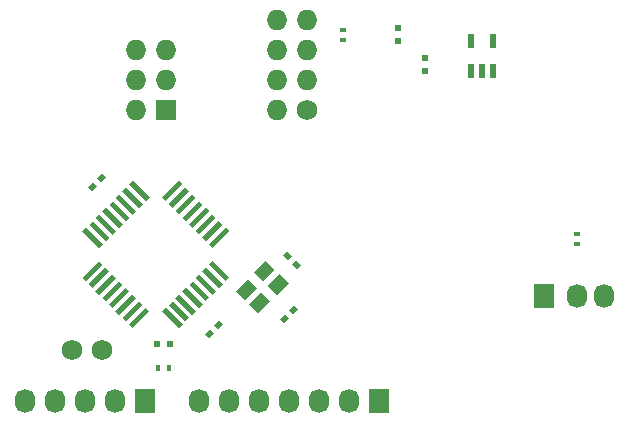
<source format=gts>
%FSLAX46Y46*%
G04 Gerber Fmt 4.6, Leading zero omitted, Abs format (unit mm)*
G04 Created by KiCad (PCBNEW (2014-10-27 BZR 5228)-product) date 2/21/2015 5:46:05 PM*
%MOMM*%
G01*
G04 APERTURE LIST*
%ADD10C,0.100000*%
%ADD11C,1.750000*%
%ADD12R,0.500000X0.600000*%
%ADD13R,0.600000X0.500000*%
%ADD14R,1.727200X2.032000*%
%ADD15O,1.727200X2.032000*%
%ADD16R,1.727200X1.727200*%
%ADD17O,1.727200X1.727200*%
%ADD18R,0.400000X0.600000*%
%ADD19R,0.600000X0.400000*%
%ADD20R,0.548640X1.198880*%
%ADD21C,1.727200*%
G04 APERTURE END LIST*
D10*
D11*
X8255000Y-30480000D03*
D12*
X38163500Y-5800000D03*
X38163500Y-6900000D03*
D13*
X15452000Y-29972000D03*
X16552000Y-29972000D03*
D10*
G36*
X20744264Y-27924182D02*
X21097818Y-28277736D01*
X20673554Y-28702000D01*
X20320000Y-28348446D01*
X20744264Y-27924182D01*
X20744264Y-27924182D01*
G37*
G36*
X19966446Y-28702000D02*
X20320000Y-29055554D01*
X19895736Y-29479818D01*
X19542182Y-29126264D01*
X19966446Y-28702000D01*
X19966446Y-28702000D01*
G37*
G36*
X10838264Y-15478182D02*
X11191818Y-15831736D01*
X10767554Y-16256000D01*
X10414000Y-15902446D01*
X10838264Y-15478182D01*
X10838264Y-15478182D01*
G37*
G36*
X10060446Y-16256000D02*
X10414000Y-16609554D01*
X9989736Y-17033818D01*
X9636182Y-16680264D01*
X10060446Y-16256000D01*
X10060446Y-16256000D01*
G37*
D12*
X35877500Y-3260000D03*
X35877500Y-4360000D03*
D10*
G36*
X27094264Y-26654182D02*
X27447818Y-27007736D01*
X27023554Y-27432000D01*
X26670000Y-27078446D01*
X27094264Y-26654182D01*
X27094264Y-26654182D01*
G37*
G36*
X26316446Y-27432000D02*
X26670000Y-27785554D01*
X26245736Y-28209818D01*
X25892182Y-27856264D01*
X26316446Y-27432000D01*
X26316446Y-27432000D01*
G37*
G36*
X27701818Y-23284264D02*
X27348264Y-23637818D01*
X26924000Y-23213554D01*
X27277554Y-22860000D01*
X27701818Y-23284264D01*
X27701818Y-23284264D01*
G37*
G36*
X26924000Y-22506446D02*
X26570446Y-22860000D01*
X26146182Y-22435736D01*
X26499736Y-22082182D01*
X26924000Y-22506446D01*
X26924000Y-22506446D01*
G37*
D14*
X48260000Y-25908000D03*
D15*
X51054000Y-25908000D03*
X53340000Y-25908000D03*
D10*
G36*
X21601094Y-24342025D02*
X21283193Y-24659926D01*
X19869700Y-23246433D01*
X20187601Y-22928532D01*
X21601094Y-24342025D01*
X21601094Y-24342025D01*
G37*
G36*
X21035338Y-24907781D02*
X20717437Y-25225682D01*
X19303944Y-23812189D01*
X19621845Y-23494288D01*
X21035338Y-24907781D01*
X21035338Y-24907781D01*
G37*
G36*
X20469582Y-25473537D02*
X20151681Y-25791438D01*
X18738188Y-24377945D01*
X19056089Y-24060044D01*
X20469582Y-25473537D01*
X20469582Y-25473537D01*
G37*
G36*
X19903826Y-26039294D02*
X19585925Y-26357195D01*
X18172432Y-24943702D01*
X18490333Y-24625801D01*
X19903826Y-26039294D01*
X19903826Y-26039294D01*
G37*
G36*
X19338070Y-26605050D02*
X19020169Y-26922951D01*
X17606676Y-25509458D01*
X17924577Y-25191557D01*
X19338070Y-26605050D01*
X19338070Y-26605050D01*
G37*
G36*
X18772313Y-27170806D02*
X18454412Y-27488707D01*
X17040919Y-26075214D01*
X17358820Y-25757313D01*
X18772313Y-27170806D01*
X18772313Y-27170806D01*
G37*
G36*
X18206557Y-27736562D02*
X17888656Y-28054463D01*
X16475163Y-26640970D01*
X16793064Y-26323069D01*
X18206557Y-27736562D01*
X18206557Y-27736562D01*
G37*
G36*
X17640801Y-28302318D02*
X17322900Y-28620219D01*
X15909407Y-27206726D01*
X16227308Y-26888825D01*
X17640801Y-28302318D01*
X17640801Y-28302318D01*
G37*
G36*
X10880464Y-21534797D02*
X10562563Y-21852698D01*
X9149070Y-20439205D01*
X9466971Y-20121304D01*
X10880464Y-21534797D01*
X10880464Y-21534797D01*
G37*
G36*
X14849738Y-17565524D02*
X14531837Y-17883425D01*
X13118344Y-16469932D01*
X13436245Y-16152031D01*
X14849738Y-17565524D01*
X14849738Y-17565524D01*
G37*
G36*
X14275001Y-18140260D02*
X13957100Y-18458161D01*
X12543607Y-17044668D01*
X12861508Y-16726767D01*
X14275001Y-18140260D01*
X14275001Y-18140260D01*
G37*
G36*
X13700265Y-18714997D02*
X13382364Y-19032898D01*
X11968871Y-17619405D01*
X12286772Y-17301504D01*
X13700265Y-18714997D01*
X13700265Y-18714997D01*
G37*
G36*
X13143489Y-19271773D02*
X12825588Y-19589674D01*
X11412095Y-18176181D01*
X11729996Y-17858280D01*
X13143489Y-19271773D01*
X13143489Y-19271773D01*
G37*
G36*
X12568753Y-19846509D02*
X12250852Y-20164410D01*
X10837359Y-18750917D01*
X11155260Y-18433016D01*
X12568753Y-19846509D01*
X12568753Y-19846509D01*
G37*
G36*
X12011977Y-20403285D02*
X11694076Y-20721186D01*
X10280583Y-19307693D01*
X10598484Y-18989792D01*
X12011977Y-20403285D01*
X12011977Y-20403285D01*
G37*
G36*
X11437240Y-20978021D02*
X11119339Y-21295922D01*
X9705846Y-19882429D01*
X10023747Y-19564528D01*
X11437240Y-20978021D01*
X11437240Y-20978021D01*
G37*
G36*
X14817409Y-27213910D02*
X13403916Y-28627403D01*
X13086015Y-28309502D01*
X14499508Y-26896009D01*
X14817409Y-27213910D01*
X14817409Y-27213910D01*
G37*
G36*
X14253449Y-26649950D02*
X12839956Y-28063443D01*
X12522055Y-27745542D01*
X13935548Y-26332049D01*
X14253449Y-26649950D01*
X14253449Y-26649950D01*
G37*
G36*
X13685896Y-26082398D02*
X12272403Y-27495891D01*
X11954502Y-27177990D01*
X13367995Y-25764497D01*
X13685896Y-26082398D01*
X13685896Y-26082398D01*
G37*
G36*
X13121936Y-25518438D02*
X11708443Y-26931931D01*
X11390542Y-26614030D01*
X12804035Y-25200537D01*
X13121936Y-25518438D01*
X13121936Y-25518438D01*
G37*
G36*
X12554384Y-24950886D02*
X11140891Y-26364379D01*
X10822990Y-26046478D01*
X12236483Y-24632985D01*
X12554384Y-24950886D01*
X12554384Y-24950886D01*
G37*
G36*
X11990424Y-24386926D02*
X10576931Y-25800419D01*
X10259030Y-25482518D01*
X11672523Y-24069025D01*
X11990424Y-24386926D01*
X11990424Y-24386926D01*
G37*
G36*
X11422872Y-23819373D02*
X10009379Y-25232866D01*
X9691478Y-24914965D01*
X11104971Y-23501472D01*
X11422872Y-23819373D01*
X11422872Y-23819373D01*
G37*
G36*
X10858912Y-23255413D02*
X9445419Y-24668906D01*
X9127518Y-24351005D01*
X10541011Y-22937512D01*
X10858912Y-23255413D01*
X10858912Y-23255413D01*
G37*
G36*
X21602890Y-20421245D02*
X20189397Y-21834738D01*
X19871496Y-21516837D01*
X21284989Y-20103344D01*
X21602890Y-20421245D01*
X21602890Y-20421245D01*
G37*
G36*
X21046114Y-19864469D02*
X19632621Y-21277962D01*
X19314720Y-20960061D01*
X20728213Y-19546568D01*
X21046114Y-19864469D01*
X21046114Y-19864469D01*
G37*
G36*
X20471378Y-19289732D02*
X19057885Y-20703225D01*
X18739984Y-20385324D01*
X20153477Y-18971831D01*
X20471378Y-19289732D01*
X20471378Y-19289732D01*
G37*
G36*
X19914602Y-18732956D02*
X18501109Y-20146449D01*
X18183208Y-19828548D01*
X19596701Y-18415055D01*
X19914602Y-18732956D01*
X19914602Y-18732956D01*
G37*
G36*
X19357826Y-18176181D02*
X17944333Y-19589674D01*
X17626432Y-19271773D01*
X19039925Y-17858280D01*
X19357826Y-18176181D01*
X19357826Y-18176181D01*
G37*
G36*
X18783090Y-17601444D02*
X17369597Y-19014937D01*
X17051696Y-18697036D01*
X18465189Y-17283543D01*
X18783090Y-17601444D01*
X18783090Y-17601444D01*
G37*
G36*
X18208353Y-17026708D02*
X16794860Y-18440201D01*
X16476959Y-18122300D01*
X17890452Y-16708807D01*
X18208353Y-17026708D01*
X18208353Y-17026708D01*
G37*
G36*
X17633617Y-16451971D02*
X16220124Y-17865464D01*
X15902223Y-17547563D01*
X17315716Y-16134070D01*
X17633617Y-16451971D01*
X17633617Y-16451971D01*
G37*
D14*
X14478000Y-34798000D03*
D15*
X11938000Y-34798000D03*
X9398000Y-34798000D03*
X6858000Y-34798000D03*
X4318000Y-34798000D03*
D14*
X34290000Y-34798000D03*
D15*
X31750000Y-34798000D03*
X29210000Y-34798000D03*
X26670000Y-34798000D03*
X24130000Y-34798000D03*
X21590000Y-34798000D03*
X19050000Y-34798000D03*
D16*
X16256000Y-10160000D03*
D17*
X13716000Y-10160000D03*
X16256000Y-7620000D03*
X13716000Y-7620000D03*
X16256000Y-5080000D03*
X13716000Y-5080000D03*
D18*
X15552000Y-32004000D03*
X16452000Y-32004000D03*
D19*
X31242000Y-3360000D03*
X31242000Y-4260000D03*
X51054000Y-21532000D03*
X51054000Y-20632000D03*
D20*
X42039540Y-6885940D03*
X42989500Y-6885940D03*
X43939460Y-6885940D03*
X43939460Y-4290060D03*
X42039540Y-4290060D03*
D10*
G36*
X25621437Y-25817751D02*
X24843620Y-25039934D01*
X25833569Y-24049985D01*
X26611386Y-24827802D01*
X25621437Y-25817751D01*
X25621437Y-25817751D01*
G37*
G36*
X24490066Y-24686380D02*
X23712249Y-23908563D01*
X24702198Y-22918614D01*
X25480015Y-23696431D01*
X24490066Y-24686380D01*
X24490066Y-24686380D01*
G37*
G36*
X22934431Y-26242015D02*
X22156614Y-25464198D01*
X23146563Y-24474249D01*
X23924380Y-25252066D01*
X22934431Y-26242015D01*
X22934431Y-26242015D01*
G37*
G36*
X24065802Y-27373386D02*
X23287985Y-26595569D01*
X24277934Y-25605620D01*
X25055751Y-26383437D01*
X24065802Y-27373386D01*
X24065802Y-27373386D01*
G37*
D21*
X28194000Y-10160000D03*
D17*
X25654000Y-10160000D03*
X28194000Y-7620000D03*
X25654000Y-7620000D03*
X28194000Y-5080000D03*
X25654000Y-5080000D03*
X28194000Y-2540000D03*
X25654000Y-2540000D03*
D11*
X10795000Y-30480000D03*
M02*

</source>
